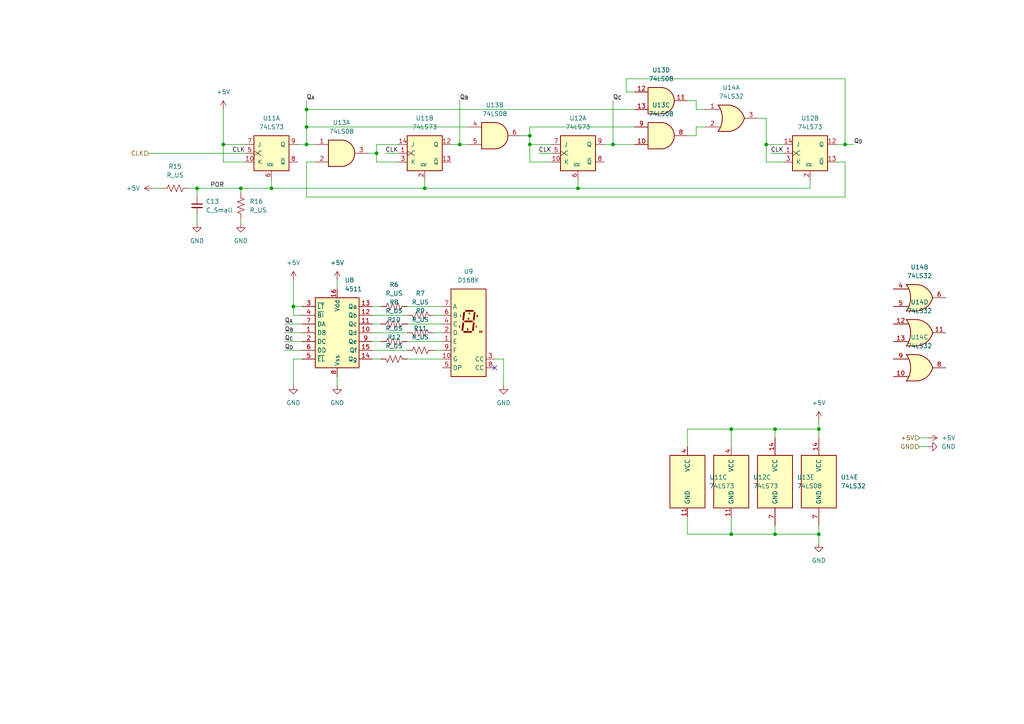
<source format=kicad_sch>
(kicad_sch (version 20230121) (generator eeschema)
  (paper "A4")
  (lib_symbols
    (symbol "4xxx_IEEE:4511"
      (property "Reference" "U8" (at 2.1941 15.24 0))
      (property "Value" "4511" (at 2.1941 12.7 0))
      (symbol "4511_0_1"
        (rectangle (start -6.35 10.16) (end 6.35 -10.16) (stroke (width 0.254)) (fill (type background)))
      )
      (symbol "4511_1_1"
        (pin input line (at -10.16 0 0) (length 3.81) (name "DB") (number "1"))
        (pin output line (at 10.16 0 180) (length 3.81) (name "Qd") (number "10"))
        (pin output line (at 10.16 2.54 180) (length 3.81) (name "Qc") (number "11"))
        (pin output line (at 10.16 5.08 180) (length 3.81) (name "Qb") (number "12"))
        (pin output line (at 10.16 7.62 180) (length 3.81) (name "Qa") (number "13"))
        (pin output line (at 10.16 -7.62 180) (length 3.81) (name "Qg") (number "14"))
        (pin output line (at 10.16 -5.08 180) (length 3.81) (name "Qf") (number "15"))
        (pin power_in line (at 0 12.7 270) (length 2.54) (name "Vdd") (number "16"))
        (pin input line (at -10.16 -2.54 0) (length 3.81) (name "DC") (number "2"))
        (pin input line (at -10.16 7.62 0) (length 3.81) (name "~{LT}") (number "3"))
        (pin input line (at -10.16 5.08 0) (length 3.81) (name "~{BI}") (number "4"))
        (pin input line (at -10.16 -7.62 0) (length 3.81) (name "~{EL}") (number "5"))
        (pin input line (at -10.16 -5.08 0) (length 3.81) (name "DD") (number "6"))
        (pin input line (at -10.16 2.54 0) (length 3.81) (name "DA") (number "7"))
        (pin power_in line (at 0 -12.7 90) (length 2.54) (name "Vss") (number "8"))
        (pin output line (at 10.16 -2.54 180) (length 3.81) (name "Qe") (number "9"))
      )
    )
    (symbol "74xx:74LS08" (pin_names (offset 1.016))
      (property "Reference" "U" (at 0 1.27 0))
      (property "Value" "74LS08" (at 0 -1.27 0))
      (symbol "74LS08_1_1"
        (arc (start 0 -3.81) (mid 3.7934 0) (end 0 3.81) (stroke (width 0.254)) (fill (type background)))
        (polyline (pts (xy 0 3.81) (xy -3.81 3.81) (xy -3.81 -3.81) (xy 0 -3.81)) (stroke (width 0.254)) (fill (type background)))
        (pin input line (at -7.62 2.54 0) (length 3.81) (name "~") (number "1"))
        (pin input line (at -7.62 -2.54 0) (length 3.81) (name "~") (number "2"))
        (pin output line (at 7.62 0 180) (length 3.81) (name "~") (number "3"))
      )
      (symbol "74LS08_1_2"
        (arc (start -3.81 -3.81) (mid -2.589 0) (end -3.81 3.81) (stroke (width 0.254)))
        (arc (start -0.6096 -3.81) (mid 2.1842 -2.5851) (end 3.81 0) (stroke (width 0.254)) (fill (type background)))
        (polyline (pts (xy -3.81 -3.81) (xy -0.635 -3.81)) (stroke (width 0.254)) (fill (type background)))
        (polyline (pts (xy -3.81 3.81) (xy -0.635 3.81)) (stroke (width 0.254)) (fill (type background)))
        (polyline (pts (xy -0.635 3.81) (xy -3.81 3.81) (xy -3.81 3.81) (xy -3.556 3.4036) (xy -3.0226 2.2606) (xy -2.6924 1.0414) (xy -2.6162 -0.254) (xy -2.7686 -1.4986) (xy -3.175 -2.7178) (xy -3.81 -3.81) (xy -3.81 -3.81) (xy -0.635 -3.81)) (stroke (width -25.4)) (fill (type background)))
        (arc (start 3.81 0) (mid 2.1915 2.5936) (end -0.6096 3.81) (stroke (width 0.254)) (fill (type background)))
        (pin input inverted (at -7.62 2.54 0) (length 4.318) (name "~") (number "1"))
        (pin input inverted (at -7.62 -2.54 0) (length 4.318) (name "~") (number "2"))
        (pin output inverted (at 7.62 0 180) (length 3.81) (name "~") (number "3"))
      )
      (symbol "74LS08_2_1"
        (arc (start 0 -3.81) (mid 3.7934 0) (end 0 3.81) (stroke (width 0.254)) (fill (type background)))
        (polyline (pts (xy 0 3.81) (xy -3.81 3.81) (xy -3.81 -3.81) (xy 0 -3.81)) (stroke (width 0.254)) (fill (type background)))
        (pin input line (at -7.62 2.54 0) (length 3.81) (name "~") (number "4"))
        (pin input line (at -7.62 -2.54 0) (length 3.81) (name "~") (number "5"))
        (pin output line (at 7.62 0 180) (length 3.81) (name "~") (number "6"))
      )
      (symbol "74LS08_2_2"
        (arc (start -3.81 -3.81) (mid -2.589 0) (end -3.81 3.81) (stroke (width 0.254)))
        (arc (start -0.6096 -3.81) (mid 2.1842 -2.5851) (end 3.81 0) (stroke (width 0.254)) (fill (type background)))
        (polyline (pts (xy -3.81 -3.81) (xy -0.635 -3.81)) (stroke (width 0.254)) (fill (type background)))
        (polyline (pts (xy -3.81 3.81) (xy -0.635 3.81)) (stroke (width 0.254)) (fill (type background)))
        (polyline (pts (xy -0.635 3.81) (xy -3.81 3.81) (xy -3.81 3.81) (xy -3.556 3.4036) (xy -3.0226 2.2606) (xy -2.6924 1.0414) (xy -2.6162 -0.254) (xy -2.7686 -1.4986) (xy -3.175 -2.7178) (xy -3.81 -3.81) (xy -3.81 -3.81) (xy -0.635 -3.81)) (stroke (width -25.4)) (fill (type background)))
        (arc (start 3.81 0) (mid 2.1915 2.5936) (end -0.6096 3.81) (stroke (width 0.254)) (fill (type background)))
        (pin input inverted (at -7.62 2.54 0) (length 4.318) (name "~") (number "4"))
        (pin input inverted (at -7.62 -2.54 0) (length 4.318) (name "~") (number "5"))
        (pin output inverted (at 7.62 0 180) (length 3.81) (name "~") (number "6"))
      )
      (symbol "74LS08_3_1"
        (arc (start 0 -3.81) (mid 3.7934 0) (end 0 3.81) (stroke (width 0.254)) (fill (type background)))
        (polyline (pts (xy 0 3.81) (xy -3.81 3.81) (xy -3.81 -3.81) (xy 0 -3.81)) (stroke (width 0.254)) (fill (type background)))
        (pin input line (at -7.62 -2.54 0) (length 3.81) (name "~") (number "10"))
        (pin output line (at 7.62 0 180) (length 3.81) (name "~") (number "8"))
        (pin input line (at -7.62 2.54 0) (length 3.81) (name "~") (number "9"))
      )
      (symbol "74LS08_3_2"
        (arc (start -3.81 -3.81) (mid -2.589 0) (end -3.81 3.81) (stroke (width 0.254)))
        (arc (start -0.6096 -3.81) (mid 2.1842 -2.5851) (end 3.81 0) (stroke (width 0.254)) (fill (type background)))
        (polyline (pts (xy -3.81 -3.81) (xy -0.635 -3.81)) (stroke (width 0.254)) (fill (type background)))
        (polyline (pts (xy -3.81 3.81) (xy -0.635 3.81)) (stroke (width 0.254)) (fill (type background)))
        (polyline (pts (xy -0.635 3.81) (xy -3.81 3.81) (xy -3.81 3.81) (xy -3.556 3.4036) (xy -3.0226 2.2606) (xy -2.6924 1.0414) (xy -2.6162 -0.254) (xy -2.7686 -1.4986) (xy -3.175 -2.7178) (xy -3.81 -3.81) (xy -3.81 -3.81) (xy -0.635 -3.81)) (stroke (width -25.4)) (fill (type background)))
        (arc (start 3.81 0) (mid 2.1915 2.5936) (end -0.6096 3.81) (stroke (width 0.254)) (fill (type background)))
        (pin input inverted (at -7.62 -2.54 0) (length 4.318) (name "~") (number "10"))
        (pin output inverted (at 7.62 0 180) (length 3.81) (name "~") (number "8"))
        (pin input inverted (at -7.62 2.54 0) (length 4.318) (name "~") (number "9"))
      )
      (symbol "74LS08_4_1"
        (arc (start 0 -3.81) (mid 3.7934 0) (end 0 3.81) (stroke (width 0.254)) (fill (type background)))
        (polyline (pts (xy 0 3.81) (xy -3.81 3.81) (xy -3.81 -3.81) (xy 0 -3.81)) (stroke (width 0.254)) (fill (type background)))
        (pin output line (at 7.62 0 180) (length 3.81) (name "~") (number "11"))
        (pin input line (at -7.62 2.54 0) (length 3.81) (name "~") (number "12"))
        (pin input line (at -7.62 -2.54 0) (length 3.81) (name "~") (number "13"))
      )
      (symbol "74LS08_4_2"
        (arc (start -3.81 -3.81) (mid -2.589 0) (end -3.81 3.81) (stroke (width 0.254)))
        (arc (start -0.6096 -3.81) (mid 2.1842 -2.5851) (end 3.81 0) (stroke (width 0.254)) (fill (type background)))
        (polyline (pts (xy -3.81 -3.81) (xy -0.635 -3.81)) (stroke (width 0.254)) (fill (type background)))
        (polyline (pts (xy -3.81 3.81) (xy -0.635 3.81)) (stroke (width 0.254)) (fill (type background)))
        (polyline (pts (xy -0.635 3.81) (xy -3.81 3.81) (xy -3.81 3.81) (xy -3.556 3.4036) (xy -3.0226 2.2606) (xy -2.6924 1.0414) (xy -2.6162 -0.254) (xy -2.7686 -1.4986) (xy -3.175 -2.7178) (xy -3.81 -3.81) (xy -3.81 -3.81) (xy -0.635 -3.81)) (stroke (width -25.4)) (fill (type background)))
        (arc (start 3.81 0) (mid 2.1915 2.5936) (end -0.6096 3.81) (stroke (width 0.254)) (fill (type background)))
        (pin output inverted (at 7.62 0 180) (length 3.81) (name "~") (number "11"))
        (pin input inverted (at -7.62 2.54 0) (length 4.318) (name "~") (number "12"))
        (pin input inverted (at -7.62 -2.54 0) (length 4.318) (name "~") (number "13"))
      )
      (symbol "74LS08_5_0"
        (pin power_in line (at 0 12.7 270) (length 5.08) (name "VCC") (number "14"))
        (pin power_in line (at 0 -12.7 90) (length 5.08) (name "GND") (number "7"))
      )
      (symbol "74LS08_5_1"
        (rectangle (start -5.08 7.62) (end 5.08 -7.62) (stroke (width 0.254)) (fill (type background)))
      )
    )
    (symbol "74xx:74LS32" (pin_names (offset 1.016))
      (property "Reference" "U" (at 0 1.27 0))
      (property "Value" "74LS32" (at 0 -1.27 0))
      (symbol "74LS32_1_1"
        (arc (start -3.81 -3.81) (mid -2.589 0) (end -3.81 3.81) (stroke (width 0.254)))
        (arc (start -0.6096 -3.81) (mid 2.1842 -2.5851) (end 3.81 0) (stroke (width 0.254)) (fill (type background)))
        (polyline (pts (xy -3.81 -3.81) (xy -0.635 -3.81)) (stroke (width 0.254)) (fill (type background)))
        (polyline (pts (xy -3.81 3.81) (xy -0.635 3.81)) (stroke (width 0.254)) (fill (type background)))
        (polyline (pts (xy -0.635 3.81) (xy -3.81 3.81) (xy -3.81 3.81) (xy -3.556 3.4036) (xy -3.0226 2.2606) (xy -2.6924 1.0414) (xy -2.6162 -0.254) (xy -2.7686 -1.4986) (xy -3.175 -2.7178) (xy -3.81 -3.81) (xy -3.81 -3.81) (xy -0.635 -3.81)) (stroke (width -25.4)) (fill (type background)))
        (arc (start 3.81 0) (mid 2.1915 2.5936) (end -0.6096 3.81) (stroke (width 0.254)) (fill (type background)))
        (pin input line (at -7.62 2.54 0) (length 4.318) (name "~") (number "1"))
        (pin input line (at -7.62 -2.54 0) (length 4.318) (name "~") (number "2"))
        (pin output line (at 7.62 0 180) (length 3.81) (name "~") (number "3"))
      )
      (symbol "74LS32_1_2"
        (arc (start 0 -3.81) (mid 3.7934 0) (end 0 3.81) (stroke (width 0.254)) (fill (type background)))
        (polyline (pts (xy 0 3.81) (xy -3.81 3.81) (xy -3.81 -3.81) (xy 0 -3.81)) (stroke (width 0.254)) (fill (type background)))
        (pin input inverted (at -7.62 2.54 0) (length 3.81) (name "~") (number "1"))
        (pin input inverted (at -7.62 -2.54 0) (length 3.81) (name "~") (number "2"))
        (pin output inverted (at 7.62 0 180) (length 3.81) (name "~") (number "3"))
      )
      (symbol "74LS32_2_1"
        (arc (start -3.81 -3.81) (mid -2.589 0) (end -3.81 3.81) (stroke (width 0.254)))
        (arc (start -0.6096 -3.81) (mid 2.1842 -2.5851) (end 3.81 0) (stroke (width 0.254)) (fill (type background)))
        (polyline (pts (xy -3.81 -3.81) (xy -0.635 -3.81)) (stroke (width 0.254)) (fill (type background)))
        (polyline (pts (xy -3.81 3.81) (xy -0.635 3.81)) (stroke (width 0.254)) (fill (type background)))
        (polyline (pts (xy -0.635 3.81) (xy -3.81 3.81) (xy -3.81 3.81) (xy -3.556 3.4036) (xy -3.0226 2.2606) (xy -2.6924 1.0414) (xy -2.6162 -0.254) (xy -2.7686 -1.4986) (xy -3.175 -2.7178) (xy -3.81 -3.81) (xy -3.81 -3.81) (xy -0.635 -3.81)) (stroke (width -25.4)) (fill (type background)))
        (arc (start 3.81 0) (mid 2.1915 2.5936) (end -0.6096 3.81) (stroke (width 0.254)) (fill (type background)))
        (pin input line (at -7.62 2.54 0) (length 4.318) (name "~") (number "4"))
        (pin input line (at -7.62 -2.54 0) (length 4.318) (name "~") (number "5"))
        (pin output line (at 7.62 0 180) (length 3.81) (name "~") (number "6"))
      )
      (symbol "74LS32_2_2"
        (arc (start 0 -3.81) (mid 3.7934 0) (end 0 3.81) (stroke (width 0.254)) (fill (type background)))
        (polyline (pts (xy 0 3.81) (xy -3.81 3.81) (xy -3.81 -3.81) (xy 0 -3.81)) (stroke (width 0.254)) (fill (type background)))
        (pin input inverted (at -7.62 2.54 0) (length 3.81) (name "~") (number "4"))
        (pin input inverted (at -7.62 -2.54 0) (length 3.81) (name "~") (number "5"))
        (pin output inverted (at 7.62 0 180) (length 3.81) (name "~") (number "6"))
      )
      (symbol "74LS32_3_1"
        (arc (start -3.81 -3.81) (mid -2.589 0) (end -3.81 3.81) (stroke (width 0.254)))
        (arc (start -0.6096 -3.81) (mid 2.1842 -2.5851) (end 3.81 0) (stroke (width 0.254)) (fill (type background)))
        (polyline (pts (xy -3.81 -3.81) (xy -0.635 -3.81)) (stroke (width 0.254)) (fill (type background)))
        (polyline (pts (xy -3.81 3.81) (xy -0.635 3.81)) (stroke (width 0.254)) (fill (type background)))
        (polyline (pts (xy -0.635 3.81) (xy -3.81 3.81) (xy -3.81 3.81) (xy -3.556 3.4036) (xy -3.0226 2.2606) (xy -2.6924 1.0414) (xy -2.6162 -0.254) (xy -2.7686 -1.4986) (xy -3.175 -2.7178) (xy -3.81 -3.81) (xy -3.81 -3.81) (xy -0.635 -3.81)) (stroke (width -25.4)) (fill (type background)))
        (arc (start 3.81 0) (mid 2.1915 2.5936) (end -0.6096 3.81) (stroke (width 0.254)) (fill (type background)))
        (pin input line (at -7.62 -2.54 0) (length 4.318) (name "~") (number "10"))
        (pin output line (at 7.62 0 180) (length 3.81) (name "~") (number "8"))
        (pin input line (at -7.62 2.54 0) (length 4.318) (name "~") (number "9"))
      )
      (symbol "74LS32_3_2"
        (arc (start 0 -3.81) (mid 3.7934 0) (end 0 3.81) (stroke (width 0.254)) (fill (type background)))
        (polyline (pts (xy 0 3.81) (xy -3.81 3.81) (xy -3.81 -3.81) (xy 0 -3.81)) (stroke (width 0.254)) (fill (type background)))
        (pin input inverted (at -7.62 -2.54 0) (length 3.81) (name "~") (number "10"))
        (pin output inverted (at 7.62 0 180) (length 3.81) (name "~") (number "8"))
        (pin input inverted (at -7.62 2.54 0) (length 3.81) (name "~") (number "9"))
      )
      (symbol "74LS32_4_1"
        (arc (start -3.81 -3.81) (mid -2.589 0) (end -3.81 3.81) (stroke (width 0.254)))
        (arc (start -0.6096 -3.81) (mid 2.1842 -2.5851) (end 3.81 0) (stroke (width 0.254)) (fill (type background)))
        (polyline (pts (xy -3.81 -3.81) (xy -0.635 -3.81)) (stroke (width 0.254)) (fill (type background)))
        (polyline (pts (xy -3.81 3.81) (xy -0.635 3.81)) (stroke (width 0.254)) (fill (type background)))
        (polyline (pts (xy -0.635 3.81) (xy -3.81 3.81) (xy -3.81 3.81) (xy -3.556 3.4036) (xy -3.0226 2.2606) (xy -2.6924 1.0414) (xy -2.6162 -0.254) (xy -2.7686 -1.4986) (xy -3.175 -2.7178) (xy -3.81 -3.81) (xy -3.81 -3.81) (xy -0.635 -3.81)) (stroke (width -25.4)) (fill (type background)))
        (arc (start 3.81 0) (mid 2.1915 2.5936) (end -0.6096 3.81) (stroke (width 0.254)) (fill (type background)))
        (pin output line (at 7.62 0 180) (length 3.81) (name "~") (number "11"))
        (pin input line (at -7.62 2.54 0) (length 4.318) (name "~") (number "12"))
        (pin input line (at -7.62 -2.54 0) (length 4.318) (name "~") (number "13"))
      )
      (symbol "74LS32_4_2"
        (arc (start 0 -3.81) (mid 3.7934 0) (end 0 3.81) (stroke (width 0.254)) (fill (type background)))
        (polyline (pts (xy 0 3.81) (xy -3.81 3.81) (xy -3.81 -3.81) (xy 0 -3.81)) (stroke (width 0.254)) (fill (type background)))
        (pin output inverted (at 7.62 0 180) (length 3.81) (name "~") (number "11"))
        (pin input inverted (at -7.62 2.54 0) (length 3.81) (name "~") (number "12"))
        (pin input inverted (at -7.62 -2.54 0) (length 3.81) (name "~") (number "13"))
      )
      (symbol "74LS32_5_0"
        (pin power_in line (at 0 12.7 270) (length 5.08) (name "VCC") (number "14"))
        (pin power_in line (at 0 -12.7 90) (length 5.08) (name "GND") (number "7"))
      )
      (symbol "74LS32_5_1"
        (rectangle (start -5.08 7.62) (end 5.08 -7.62) (stroke (width 0.254)) (fill (type background)))
      )
    )
    (symbol "74xx:74LS73" (pin_names (offset 1.016))
      (property "Reference" "U" (at -7.62 8.89 0))
      (property "Value" "74LS73" (at -7.62 -8.89 0))
      (symbol "74LS73_1_0"
        (pin input line (at -7.62 -2.54 0) (length 2.54) (name "K") (number "10"))
        (pin input clock (at -7.62 0 0) (length 2.54) (name "C") (number "5"))
        (pin input line (at 0 -7.62 90) (length 2.54) (name "~{R}") (number "6"))
        (pin input line (at -7.62 2.54 0) (length 2.54) (name "J") (number "7"))
        (pin output line (at 7.62 -2.54 180) (length 2.54) (name "~{Q}") (number "8"))
        (pin output line (at 7.62 2.54 180) (length 2.54) (name "Q") (number "9"))
      )
      (symbol "74LS73_1_1"
        (rectangle (start -5.08 5.08) (end 5.08 -5.08) (stroke (width 0.254)) (fill (type background)))
      )
      (symbol "74LS73_2_0"
        (pin input clock (at -7.62 0 0) (length 2.54) (name "C") (number "1"))
        (pin output line (at 7.62 2.54 180) (length 2.54) (name "Q") (number "12"))
        (pin output line (at 7.62 -2.54 180) (length 2.54) (name "~{Q}") (number "13"))
        (pin input line (at -7.62 2.54 0) (length 2.54) (name "J") (number "14"))
        (pin input line (at 0 -7.62 90) (length 2.54) (name "~{R}") (number "2"))
        (pin input line (at -7.62 -2.54 0) (length 2.54) (name "K") (number "3"))
      )
      (symbol "74LS73_2_1"
        (rectangle (start -5.08 5.08) (end 5.08 -5.08) (stroke (width 0.254)) (fill (type background)))
      )
      (symbol "74LS73_3_0"
        (pin power_in line (at 0 -10.16 90) (length 2.54) (name "GND") (number "11"))
        (pin power_in line (at 0 10.16 270) (length 2.54) (name "VCC") (number "4"))
      )
      (symbol "74LS73_3_1"
        (rectangle (start -5.08 7.62) (end 5.08 -7.62) (stroke (width 0.254)) (fill (type background)))
      )
    )
    (symbol "Device:C_Small" (pin_numbers hide) (pin_names (offset 0.254) hide)
      (property "Reference" "C" (at 0.254 1.778 0))
      (property "Value" "C_Small" (at 0.254 -2.032 0))
      (symbol "C_Small_0_1"
        (polyline (pts (xy -1.524 -0.508) (xy 1.524 -0.508)) (stroke (width 0.3302)))
        (polyline (pts (xy -1.524 0.508) (xy 1.524 0.508)) (stroke (width 0.3048)))
      )
      (symbol "C_Small_1_1"
        (pin passive line (at 0 2.54 270) (length 2.032) (name "~") (number "1"))
        (pin passive line (at 0 -2.54 90) (length 2.032) (name "~") (number "2"))
      )
    )
    (symbol "Device:R_US" (pin_numbers hide) (pin_names (offset 0))
      (property "Reference" "R" (at 2.54 0 90))
      (property "Value" "R_US" (at -2.54 0 90))
      (symbol "R_US_0_1"
        (polyline (pts (xy 0 -2.286) (xy 0 -2.54)))
        (polyline (pts (xy 0 2.286) (xy 0 2.54)))
        (polyline (pts (xy 0 -0.762) (xy 1.016 -1.143) (xy 0 -1.524) (xy -1.016 -1.905) (xy 0 -2.286)))
        (polyline (pts (xy 0 0.762) (xy 1.016 0.381) (xy 0 0) (xy -1.016 -0.381) (xy 0 -0.762)))
        (polyline (pts (xy 0 2.286) (xy 1.016 1.905) (xy 0 1.524) (xy -1.016 1.143) (xy 0 0.762)))
      )
      (symbol "R_US_1_1"
        (pin passive line (at 0 3.81 270) (length 1.27) (name "~") (number "1"))
        (pin passive line (at 0 -3.81 90) (length 1.27) (name "~") (number "2"))
      )
    )
    (symbol "Display_Character:D168K"
      (property "Reference" "U" (at -2.54 13.97 0))
      (property "Value" "D168K" (at 1.27 13.97 0))
      (symbol "D168K_0_0"
        (text "A" (at 0.254 5.588 0) (effects (font (size 0.508 0.508))))
        (text "B" (at 2.54 4.826 0) (effects (font (size 0.508 0.508))))
        (text "C" (at 2.286 1.778 0) (effects (font (size 0.508 0.508))))
        (text "D" (at -0.254 1.016 0) (effects (font (size 0.508 0.508))))
        (text "DP" (at 3.556 0.254 0) (effects (font (size 0.508 0.508))))
        (text "E" (at -2.54 1.778 0) (effects (font (size 0.508 0.508))))
        (text "F" (at -2.286 4.826 0) (effects (font (size 0.508 0.508))))
        (text "G" (at 0 4.064 0) (effects (font (size 0.508 0.508))))
      )
      (symbol "D168K_0_1"
        (rectangle (start -5.08 12.7) (end 5.08 -12.7) (stroke (width 0.254)) (fill (type background)))
        (polyline (pts (xy -1.524 2.794) (xy -1.778 0.762)) (stroke (width 0.508)))
        (polyline (pts (xy -1.27 0.254) (xy 0.762 0.254)) (stroke (width 0.508)))
        (polyline (pts (xy -1.27 5.842) (xy -1.524 3.81)) (stroke (width 0.508)))
        (polyline (pts (xy -1.016 3.302) (xy 1.016 3.302)) (stroke (width 0.508)))
        (polyline (pts (xy -0.762 6.35) (xy 1.27 6.35)) (stroke (width 0.508)))
        (polyline (pts (xy 1.524 2.794) (xy 1.27 0.762)) (stroke (width 0.508)))
        (polyline (pts (xy 1.778 5.842) (xy 1.524 3.81)) (stroke (width 0.508)))
        (polyline (pts (xy 2.54 0.254) (xy 2.54 0.254)) (stroke (width 0.508)))
      )
      (symbol "D168K_1_1"
        (pin input line (at -7.62 -2.54 0) (length 2.54) (name "E") (number "1"))
        (pin input line (at -7.62 -7.62 0) (length 2.54) (name "G") (number "10"))
        (pin input line (at -7.62 0 0) (length 2.54) (name "D") (number "2"))
        (pin input line (at 7.62 -7.62 180) (length 2.54) (name "CC") (number "3"))
        (pin input line (at -7.62 2.54 0) (length 2.54) (name "C") (number "4"))
        (pin input line (at -7.62 -10.16 0) (length 2.54) (name "DP") (number "5"))
        (pin input line (at -7.62 5.08 0) (length 2.54) (name "B") (number "6"))
        (pin input line (at -7.62 7.62 0) (length 2.54) (name "A") (number "7"))
        (pin input line (at 7.62 -10.16 180) (length 2.54) (name "CC") (number "8"))
        (pin input line (at -7.62 -5.08 0) (length 2.54) (name "F") (number "9"))
      )
    )
    (symbol "power:+5V" (power) (pin_names (offset 0))
      (property "Value" "+5V" (at 0 3.556 0))
      (symbol "+5V_0_1"
        (polyline (pts (xy -0.762 1.27) (xy 0 2.54)))
        (polyline (pts (xy 0 0) (xy 0 2.54)))
        (polyline (pts (xy 0 2.54) (xy 0.762 1.27)))
      )
      (symbol "+5V_1_1"
        (pin power_in line (at 0 0 90) (length 0) hide (name "+5V") (number "1"))
      )
    )
    (symbol "power:GND" (power) (pin_names (offset 0))
      (property "Value" "GND" (at 0 -3.81 0))
      (symbol "GND_0_1"
        (polyline (pts (xy 0 0) (xy 0 -1.27) (xy 1.27 -1.27) (xy 0 -2.54) (xy -1.27 -1.27) (xy 0 -1.27)))
      )
      (symbol "GND_1_1"
        (pin power_in line (at 0 0 270) (length 0) hide (name "GND") (number "1"))
      )
    )
  )
  (junction (at 222.25 41.91))
  (junction (at 88.9 31.75))
  (junction (at 224.79 154.94))
  (junction (at 237.49 124.46))
  (junction (at 85.09 88.9))
  (junction (at 78.74 54.61))
  (junction (at 212.09 154.94))
  (junction (at 153.67 41.91))
  (junction (at 133.35 41.91))
  (junction (at 153.67 39.37))
  (junction (at 69.85 54.61))
  (junction (at 57.15 54.61))
  (junction (at 224.79 124.46))
  (junction (at 245.11 41.91))
  (junction (at 167.64 54.61))
  (junction (at 88.9 41.91))
  (junction (at 123.19 54.61))
  (junction (at 237.49 154.94))
  (junction (at 177.8 41.91))
  (junction (at 109.22 44.45))
  (junction (at 88.9 36.83))
  (junction (at 64.77 41.91))
  (junction (at 212.09 124.46))
  (no_connect (at 143.51 106.68))
  (wire (pts (xy 69.85 63.5) (xy 69.85 64.77)))
  (wire (pts (xy 133.35 41.91) (xy 135.89 41.91)))
  (wire (pts (xy 69.85 54.61) (xy 78.74 54.61)))
  (wire (pts (xy 201.93 31.75) (xy 201.93 29.21)))
  (wire (pts (xy 107.95 104.14) (xy 110.49 104.14)))
  (wire (pts (xy 111.76 44.45) (xy 115.57 44.45)))
  (wire (pts (xy 199.39 29.21) (xy 201.93 29.21)))
  (wire (pts (xy 57.15 54.61) (xy 69.85 54.61)))
  (wire (pts (xy 199.39 154.94) (xy 199.39 149.86)))
  (wire (pts (xy 107.95 99.06) (xy 110.49 99.06)))
  (wire (pts (xy 153.67 36.83) (xy 184.15 36.83)))
  (wire (pts (xy 177.8 41.91) (xy 184.15 41.91)))
  (wire (pts (xy 86.36 41.91) (xy 88.9 41.91)))
  (wire (pts (xy 91.44 46.99) (xy 88.9 46.99)))
  (wire (pts (xy 199.39 129.54) (xy 199.39 124.46)))
  (wire (pts (xy 224.79 127) (xy 224.79 124.46)))
  (wire (pts (xy 85.09 104.14) (xy 85.09 111.76)))
  (wire (pts (xy 222.25 41.91) (xy 222.25 46.99)))
  (wire (pts (xy 237.49 124.46) (xy 237.49 127)))
  (wire (pts (xy 97.79 81.28) (xy 97.79 83.82)))
  (wire (pts (xy 109.22 41.91) (xy 109.22 44.45)))
  (wire (pts (xy 82.55 99.06) (xy 87.63 99.06)))
  (wire (pts (xy 64.77 31.75) (xy 64.77 41.91)))
  (wire (pts (xy 85.09 91.44) (xy 87.63 91.44)))
  (wire (pts (xy 82.55 93.98) (xy 87.63 93.98)))
  (wire (pts (xy 204.47 36.83) (xy 201.93 36.83)))
  (wire (pts (xy 167.64 52.07) (xy 167.64 54.61)))
  (wire (pts (xy 199.39 39.37) (xy 201.93 39.37)))
  (wire (pts (xy 57.15 54.61) (xy 57.15 57.15)))
  (wire (pts (xy 107.95 96.52) (xy 118.11 96.52)))
  (wire (pts (xy 167.64 54.61) (xy 123.19 54.61)))
  (wire (pts (xy 85.09 88.9) (xy 87.63 88.9)))
  (wire (pts (xy 78.74 54.61) (xy 78.74 52.07)))
  (wire (pts (xy 212.09 149.86) (xy 212.09 154.94)))
  (wire (pts (xy 245.11 57.15) (xy 245.11 46.99)))
  (wire (pts (xy 184.15 26.67) (xy 181.61 26.67)))
  (wire (pts (xy 88.9 57.15) (xy 245.11 57.15)))
  (wire (pts (xy 234.95 52.07) (xy 234.95 54.61)))
  (wire (pts (xy 199.39 124.46) (xy 212.09 124.46)))
  (wire (pts (xy 212.09 154.94) (xy 224.79 154.94)))
  (wire (pts (xy 88.9 31.75) (xy 88.9 36.83)))
  (wire (pts (xy 204.47 31.75) (xy 201.93 31.75)))
  (wire (pts (xy 245.11 41.91) (xy 242.57 41.91)))
  (wire (pts (xy 85.09 104.14) (xy 87.63 104.14)))
  (wire (pts (xy 222.25 34.29) (xy 219.71 34.29)))
  (wire (pts (xy 237.49 121.92) (xy 237.49 124.46)))
  (wire (pts (xy 151.13 39.37) (xy 153.67 39.37)))
  (wire (pts (xy 212.09 129.54) (xy 212.09 124.46)))
  (wire (pts (xy 153.67 39.37) (xy 153.67 41.91)))
  (wire (pts (xy 54.61 54.61) (xy 57.15 54.61)))
  (wire (pts (xy 153.67 41.91) (xy 153.67 46.99)))
  (wire (pts (xy 64.77 46.99) (xy 64.77 41.91)))
  (wire (pts (xy 237.49 154.94) (xy 237.49 157.48)))
  (wire (pts (xy 146.05 104.14) (xy 143.51 104.14)))
  (wire (pts (xy 201.93 36.83) (xy 201.93 39.37)))
  (wire (pts (xy 109.22 46.99) (xy 109.22 44.45)))
  (wire (pts (xy 199.39 154.94) (xy 212.09 154.94)))
  (wire (pts (xy 123.19 54.61) (xy 78.74 54.61)))
  (wire (pts (xy 71.12 46.99) (xy 64.77 46.99)))
  (wire (pts (xy 85.09 88.9) (xy 85.09 91.44)))
  (wire (pts (xy 64.77 41.91) (xy 71.12 41.91)))
  (wire (pts (xy 44.45 54.61) (xy 46.99 54.61)))
  (wire (pts (xy 97.79 109.22) (xy 97.79 111.76)))
  (wire (pts (xy 118.11 99.06) (xy 128.27 99.06)))
  (wire (pts (xy 43.18 44.45) (xy 71.12 44.45)))
  (wire (pts (xy 222.25 34.29) (xy 222.25 41.91)))
  (wire (pts (xy 223.52 44.45) (xy 227.33 44.45)))
  (wire (pts (xy 118.11 88.9) (xy 128.27 88.9)))
  (wire (pts (xy 88.9 31.75) (xy 184.15 31.75)))
  (wire (pts (xy 109.22 46.99) (xy 115.57 46.99)))
  (wire (pts (xy 227.33 41.91) (xy 222.25 41.91)))
  (wire (pts (xy 88.9 46.99) (xy 88.9 57.15)))
  (wire (pts (xy 181.61 26.67) (xy 181.61 22.86)))
  (wire (pts (xy 245.11 22.86) (xy 245.11 41.91)))
  (wire (pts (xy 125.73 101.6) (xy 128.27 101.6)))
  (wire (pts (xy 153.67 41.91) (xy 160.02 41.91)))
  (wire (pts (xy 245.11 41.91) (xy 247.65 41.91)))
  (wire (pts (xy 153.67 36.83) (xy 153.67 39.37)))
  (wire (pts (xy 69.85 54.61) (xy 69.85 55.88)))
  (wire (pts (xy 156.21 44.45) (xy 160.02 44.45)))
  (wire (pts (xy 177.8 29.21) (xy 177.8 41.91)))
  (wire (pts (xy 107.95 88.9) (xy 110.49 88.9)))
  (wire (pts (xy 123.19 52.07) (xy 123.19 54.61)))
  (wire (pts (xy 224.79 154.94) (xy 237.49 154.94)))
  (wire (pts (xy 88.9 29.21) (xy 88.9 31.75)))
  (wire (pts (xy 146.05 104.14) (xy 146.05 111.76)))
  (wire (pts (xy 57.15 62.23) (xy 57.15 64.77)))
  (wire (pts (xy 88.9 36.83) (xy 135.89 36.83)))
  (wire (pts (xy 109.22 41.91) (xy 115.57 41.91)))
  (wire (pts (xy 227.33 46.99) (xy 222.25 46.99)))
  (wire (pts (xy 245.11 46.99) (xy 242.57 46.99)))
  (wire (pts (xy 109.22 44.45) (xy 106.68 44.45)))
  (wire (pts (xy 107.95 93.98) (xy 110.49 93.98)))
  (wire (pts (xy 266.7 127) (xy 269.24 127)))
  (wire (pts (xy 153.67 46.99) (xy 160.02 46.99)))
  (wire (pts (xy 82.55 96.52) (xy 87.63 96.52)))
  (wire (pts (xy 224.79 124.46) (xy 237.49 124.46)))
  (wire (pts (xy 224.79 152.4) (xy 224.79 154.94)))
  (wire (pts (xy 133.35 29.21) (xy 133.35 41.91)))
  (wire (pts (xy 88.9 36.83) (xy 88.9 41.91)))
  (wire (pts (xy 118.11 104.14) (xy 128.27 104.14)))
  (wire (pts (xy 107.95 101.6) (xy 118.11 101.6)))
  (wire (pts (xy 118.11 93.98) (xy 128.27 93.98)))
  (wire (pts (xy 266.7 129.54) (xy 269.24 129.54)))
  (wire (pts (xy 130.81 41.91) (xy 133.35 41.91)))
  (wire (pts (xy 237.49 152.4) (xy 237.49 154.94)))
  (wire (pts (xy 85.09 81.28) (xy 85.09 88.9)))
  (wire (pts (xy 88.9 41.91) (xy 91.44 41.91)))
  (wire (pts (xy 125.73 91.44) (xy 128.27 91.44)))
  (wire (pts (xy 234.95 54.61) (xy 167.64 54.61)))
  (wire (pts (xy 107.95 91.44) (xy 118.11 91.44)))
  (wire (pts (xy 181.61 22.86) (xy 245.11 22.86)))
  (wire (pts (xy 125.73 96.52) (xy 128.27 96.52)))
  (wire (pts (xy 175.26 41.91) (xy 177.8 41.91)))
  (wire (pts (xy 212.09 124.46) (xy 224.79 124.46)))
  (wire (pts (xy 82.55 101.6) (xy 87.63 101.6)))
  (label "CLK" (at 111.76 44.45 0))
  (label "CLK" (at 67.31 44.45 0))
  (label "POR" (at 60.96 54.61 0))
  (label "Q_{B}" (at 133.35 29.21 0))
  (label "CLK" (at 223.52 44.45 0))
  (label "Q_{A}" (at 88.9 29.21 0))
  (label "Q_{C}" (at 82.55 99.06 0))
  (label "CLK" (at 156.21 44.45 0))
  (label "Q_{D}" (at 82.55 101.6 0))
  (label "Q_{C}" (at 177.8 29.21 0))
  (label "Q_{D}" (at 247.65 41.91 0))
  (label "Q_{B}" (at 82.55 96.52 0))
  (label "Q_{A}" (at 82.55 93.98 0))
  (hierarchical_label "+5V" (shape input) (at 266.7 127 180))
  (hierarchical_label "GND" (shape input) (at 266.7 129.54 180))
  (hierarchical_label "CLK" (shape input) (at 43.18 44.45 180))
  (symbol (lib_id "Device:R_US") (at 69.85 59.69 180) (unit 1)
    (property "Reference" "R16" (at 72.39 58.42 0) (effects (justify right)))
    (property "Value" "R_US" (at 72.39 60.96 0) (effects (justify right)))
    (property "Footprint" "Resistor_THT:R_Axial_DIN0207_L6.3mm_D2.5mm_P2.54mm_Vertical" (effects hide))
  )
  (symbol (lib_id "74xx:74LS32") (at 266.7 106.68 0) (unit 3)
    (property "Reference" "U14" (at 266.7 97.79 0))
    (property "Value" "74LS32" (at 266.7 100.33 0))
    (property "Footprint" "Package_DIP:DIP-14_W7.62mm_Socket" (effects hide))
    (property "Datasheet" "http://www.ti.com/lit/gpn/sn74LS32" (effects hide))
  )
  (symbol (lib_id "74xx:74LS73") (at 212.09 139.7 0) (unit 3)
    (property "Reference" "U12" (at 218.44 138.43 0) (effects (justify left)))
    (property "Value" "74LS73" (at 218.44 140.97 0) (effects (justify left)))
    (property "Footprint" "Package_DIP:DIP-14_W7.62mm_Socket" (effects hide))
    (property "Datasheet" "http://www.ti.com/lit/gpn/sn74LS73" (effects hide))
  )
  (symbol (lib_id "Device:C_Small") (at 57.15 59.69 0) (unit 1)
    (property "Reference" "C5" (at 59.69 58.4263 0) (effects (justify left)))
    (property "Value" "C_Small" (at 59.69 60.9663 0) (effects (justify left)))
    (property "Footprint" "Capacitor_THT:CP_Radial_D5.0mm_P2.50mm" (effects hide))
    (instances (project "preperf_10x10" (path "" (reference "C13") (unit 1))))
  )
  (symbol (lib_id "power:GND") (at 57.15 64.77 0) (unit 1)
    (property "Reference" "#PWR043" (effects hide))
    (property "Value" "GND" (at 57.15 69.85 0))
    (instances (project "preperf_10x10" (path "" (reference "#PWR0102") (unit 1))))
  )
  (symbol (lib_id "power:GND") (at 69.85 64.77 0) (unit 1)
    (property "Reference" "#PWR052" (effects hide))
    (property "Value" "GND" (at 69.85 69.85 0))
    (instances (project "preperf_10x10" (path "" (reference "#PWR0101") (unit 1))))
  )
  (symbol (lib_id "74xx:74LS73") (at 199.39 139.7 0) (unit 3)
    (property "Reference" "U11" (at 205.74 138.43 0) (effects (justify left)))
    (property "Value" "74LS73" (at 205.74 140.97 0) (effects (justify left)))
    (property "Footprint" "Package_DIP:DIP-14_W7.62mm_Socket" (effects hide))
    (property "Datasheet" "http://www.ti.com/lit/gpn/sn74LS73" (effects hide))
  )
  (symbol (lib_id "power:+5V") (at 85.09 81.28 0) (unit 1)
    (property "Reference" "#PWR062" (effects hide))
    (property "Value" "+5V" (at 85.09 76.2 0))
  )
  (symbol (lib_id "74xx:74LS08") (at 99.06 44.45 0) (unit 1)
    (property "Reference" "U13" (at 99.0517 35.56 0))
    (property "Value" "74LS08" (at 99.0517 38.1 0))
    (property "Footprint" "Package_DIP:DIP-14_W7.62mm_Socket" (effects hide))
    (property "Datasheet" "http://www.ti.com/lit/gpn/sn74LS08" (effects hide))
  )
  (symbol (lib_id "74xx:74LS08") (at 191.77 39.37 0) (unit 3)
    (property "Reference" "U13" (at 191.7617 30.48 0))
    (property "Value" "74LS08" (at 191.7617 33.02 0))
    (property "Footprint" "Package_DIP:DIP-14_W7.62mm_Socket" (effects hide))
    (property "Datasheet" "http://www.ti.com/lit/gpn/sn74LS08" (effects hide))
  )
  (symbol (lib_id "power:GND") (at 146.05 111.76 0) (unit 1)
    (property "Reference" "#PWR060" (effects hide))
    (property "Value" "GND" (at 146.05 116.84 0))
  )
  (symbol (lib_id "Device:R_US") (at 114.3 93.98 90) (unit 1)
    (property "Reference" "R8" (at 114.3 87.63 90))
    (property "Value" "R_US" (at 114.3 90.17 90))
    (property "Footprint" "Resistor_THT:R_Axial_DIN0207_L6.3mm_D2.5mm_P2.54mm_Vertical" (effects hide))
  )
  (symbol (lib_id "4xxx_IEEE:4511") (at 97.79 96.52 0) (unit 1)
    (property "Reference" "U8" (at 99.9841 81.28 0) (effects (justify left)))
    (property "Value" "4511" (at 99.9841 83.82 0) (effects (justify left)))
    (property "Footprint" "Package_DIP:DIP-16_W7.62mm_Socket" (effects hide))
  )
  (symbol (lib_id "power:GND") (at 237.49 157.48 0) (unit 1)
    (property "Reference" "#PWR063" (effects hide))
    (property "Value" "GND" (at 237.49 162.56 0))
  )
  (symbol (lib_id "74xx:74LS32") (at 212.09 34.29 0) (unit 1)
    (property "Reference" "U14" (at 212.09 25.4 0))
    (property "Value" "74LS32" (at 212.09 27.94 0))
    (property "Footprint" "Package_DIP:DIP-14_W7.62mm_Socket" (effects hide))
    (property "Datasheet" "http://www.ti.com/lit/gpn/sn74LS32" (effects hide))
  )
  (symbol (lib_id "Device:R_US") (at 50.8 54.61 90) (unit 1)
    (property "Reference" "R15" (at 50.8 48.26 90))
    (property "Value" "R_US" (at 50.8 50.8 90))
    (property "Footprint" "Resistor_THT:R_Axial_DIN0207_L6.3mm_D2.5mm_P2.54mm_Vertical" (effects hide))
  )
  (symbol (lib_id "power:GND") (at 97.79 111.76 0) (unit 1)
    (property "Reference" "#PWR059" (effects hide))
    (property "Value" "GND" (at 97.79 116.84 0))
  )
  (symbol (lib_id "74xx:74LS73") (at 234.95 44.45 0) (unit 2)
    (property "Reference" "U12" (at 234.95 34.29 0))
    (property "Value" "74LS73" (at 234.95 36.83 0))
    (property "Footprint" "Package_DIP:DIP-14_W7.62mm_Socket" (effects hide))
    (property "Datasheet" "http://www.ti.com/lit/gpn/sn74LS73" (effects hide))
  )
  (symbol (lib_id "74xx:74LS73") (at 78.74 44.45 0) (unit 1)
    (property "Reference" "U11" (at 78.74 34.29 0))
    (property "Value" "74LS73" (at 78.74 36.83 0))
    (property "Footprint" "Package_DIP:DIP-14_W7.62mm_Socket" (effects hide))
    (property "Datasheet" "http://www.ti.com/lit/gpn/sn74LS73" (effects hide))
  )
  (symbol (lib_id "74xx:74LS08") (at 224.79 139.7 0) (unit 5)
    (property "Reference" "U13" (at 231.14 138.43 0) (effects (justify left)))
    (property "Value" "74LS08" (at 231.14 140.97 0) (effects (justify left)))
    (property "Footprint" "Package_DIP:DIP-14_W7.62mm_Socket" (effects hide))
    (property "Datasheet" "http://www.ti.com/lit/gpn/sn74LS08" (effects hide))
  )
  (symbol (lib_id "power:+5V") (at 44.45 54.61 90) (unit 1)
    (property "Reference" "#PWR051" (effects hide))
    (property "Value" "+5V" (at 40.64 54.61 90) (effects (justify left)))
    (instances (project "preperf_10x10" (path "" (reference "#PWR0103") (unit 1))))
  )
  (symbol (lib_id "74xx:74LS08") (at 143.51 39.37 0) (unit 2)
    (property "Reference" "U13" (at 143.5017 30.48 0))
    (property "Value" "74LS08" (at 143.5017 33.02 0))
    (property "Footprint" "Package_DIP:DIP-14_W7.62mm_Socket" (effects hide))
    (property "Datasheet" "http://www.ti.com/lit/gpn/sn74LS08" (effects hide))
  )
  (symbol (lib_id "power:+5V") (at 97.79 81.28 0) (unit 1)
    (property "Reference" "#PWR053" (effects hide))
    (property "Value" "+5V" (at 97.79 76.2 0))
  )
  (symbol (lib_id "74xx:74LS32") (at 266.7 86.36 0) (unit 2)
    (property "Reference" "U14" (at 266.7 77.47 0))
    (property "Value" "74LS32" (at 266.7 80.01 0))
    (property "Footprint" "Package_DIP:DIP-14_W7.62mm_Socket" (effects hide))
    (property "Datasheet" "http://www.ti.com/lit/gpn/sn74LS32" (effects hide))
  )
  (symbol (lib_id "power:+5V") (at 64.77 31.75 0) (unit 1)
    (property "Reference" "#PWR065" (effects hide))
    (property "Value" "+5V" (at 64.77 26.67 0))
  )
  (symbol (lib_id "74xx:74LS73") (at 123.19 44.45 0) (unit 2)
    (property "Reference" "U11" (at 123.19 34.29 0))
    (property "Value" "74LS73" (at 123.19 36.83 0))
    (property "Footprint" "Package_DIP:DIP-14_W7.62mm_Socket" (effects hide))
    (property "Datasheet" "http://www.ti.com/lit/gpn/sn74LS73" (effects hide))
  )
  (symbol (lib_id "74xx:74LS32") (at 266.7 96.52 0) (unit 4)
    (property "Reference" "U14" (at 266.7 87.63 0))
    (property "Value" "74LS32" (at 266.7 90.17 0))
    (property "Footprint" "Package_DIP:DIP-14_W7.62mm_Socket" (effects hide))
    (property "Datasheet" "http://www.ti.com/lit/gpn/sn74LS32" (effects hide))
  )
  (symbol (lib_id "Device:R_US") (at 114.3 88.9 90) (unit 1)
    (property "Reference" "R6" (at 114.3 82.55 90))
    (property "Value" "R_US" (at 114.3 85.09 90))
    (property "Footprint" "Resistor_THT:R_Axial_DIN0207_L6.3mm_D2.5mm_P2.54mm_Vertical" (effects hide))
  )
  (symbol (lib_id "74xx:74LS73") (at 167.64 44.45 0) (unit 1)
    (property "Reference" "U12" (at 167.64 34.29 0))
    (property "Value" "74LS73" (at 167.64 36.83 0))
    (property "Footprint" "Package_DIP:DIP-14_W7.62mm_Socket" (effects hide))
    (property "Datasheet" "http://www.ti.com/lit/gpn/sn74LS73" (effects hide))
  )
  (symbol (lib_id "74xx:74LS08") (at 191.77 29.21 0) (unit 4)
    (property "Reference" "U13" (at 191.7617 20.32 0))
    (property "Value" "74LS08" (at 191.7617 22.86 0))
    (property "Footprint" "Package_DIP:DIP-14_W7.62mm_Socket" (effects hide))
    (property "Datasheet" "http://www.ti.com/lit/gpn/sn74LS08" (effects hide))
  )
  (symbol (lib_id "Device:R_US") (at 114.3 104.14 270) (mirror x) (unit 1)
    (property "Reference" "R12" (at 114.3 97.79 90))
    (property "Value" "R_US" (at 114.3 100.33 90))
    (property "Footprint" "Resistor_THT:R_Axial_DIN0207_L6.3mm_D2.5mm_P2.54mm_Vertical" (effects hide))
  )
  (symbol (lib_id "Device:R_US") (at 114.3 99.06 90) (unit 1)
    (property "Reference" "R10" (at 114.3 92.71 90))
    (property "Value" "R_US" (at 114.3 95.25 90))
    (property "Footprint" "Resistor_THT:R_Axial_DIN0207_L6.3mm_D2.5mm_P2.54mm_Vertical" (effects hide))
  )
  (symbol (lib_id "power:+5V") (at 237.49 121.92 0) (unit 1)
    (property "Reference" "#PWR064" (effects hide))
    (property "Value" "+5V" (at 237.49 116.84 0))
  )
  (symbol (lib_id "Device:R_US") (at 121.92 91.44 270) (mirror x) (unit 1)
    (property "Reference" "R7" (at 121.92 85.09 90))
    (property "Value" "R_US" (at 121.92 87.63 90))
    (property "Footprint" "Resistor_THT:R_Axial_DIN0207_L6.3mm_D2.5mm_P2.54mm_Vertical" (effects hide))
  )
  (symbol (lib_id "Device:R_US") (at 121.92 101.6 90) (unit 1)
    (property "Reference" "R11" (at 121.92 95.25 90))
    (property "Value" "R_US" (at 121.92 97.79 90))
    (property "Footprint" "Resistor_THT:R_Axial_DIN0207_L6.3mm_D2.5mm_P2.54mm_Vertical" (effects hide))
  )
  (symbol (lib_id "power:GND") (at 85.09 111.76 0) (unit 1)
    (property "Reference" "#PWR061" (effects hide))
    (property "Value" "GND" (at 85.09 116.84 0))
  )
  (symbol (lib_id "Display_Character:D168K") (at 135.89 96.52 0) (unit 1)
    (property "Reference" "U9" (at 135.89 78.74 0))
    (property "Value" "D168K" (at 135.89 81.28 0))
    (property "Footprint" "Display_7Segment:D1X8K" (effects hide))
    (property "Datasheet" "https://ia800903.us.archive.org/24/items/CTKD1x8K/Cromatek%20D168K.pdf" (effects hide))
  )
  (symbol (lib_id "power:GND") (at 269.24 129.54 90) (unit 1)
    (property "Reference" "#PWR033" (effects hide))
    (property "Value" "GND" (at 273.05 129.54 90) (effects (justify right)))
    (instances (project "preperf_10x10" (path "" (reference "#PWR033") (unit 1)) (path "" (reference "#PWR052") (unit 1)) (path "" (reference "#PWR067") (unit 1))))
  )
  (symbol (lib_id "74xx:74LS32") (at 237.49 139.7 0) (unit 5)
    (property "Reference" "U14" (at 243.84 138.43 0) (effects (justify left)))
    (property "Value" "74LS32" (at 243.84 140.97 0) (effects (justify left)))
    (property "Footprint" "Package_DIP:DIP-14_W7.62mm_Socket" (effects hide))
    (property "Datasheet" "http://www.ti.com/lit/gpn/sn74LS32" (effects hide))
  )
  (symbol (lib_id "Device:R_US") (at 121.92 96.52 270) (mirror x) (unit 1)
    (property "Reference" "R9" (at 121.92 90.17 90))
    (property "Value" "R_US" (at 121.92 92.71 90))
    (property "Footprint" "Resistor_THT:R_Axial_DIN0207_L6.3mm_D2.5mm_P2.54mm_Vertical" (effects hide))
  )
  (symbol (lib_id "power:+5V") (at 269.24 127 270) (unit 1)
    (property "Reference" "#PWR032" (effects hide))
    (property "Value" "+5V" (at 273.05 127 90) (effects (justify left)))
    (instances (project "preperf_10x10" (path "" (reference "#PWR032") (unit 1)) (path "" (reference "#PWR051") (unit 1)) (path "" (reference "#PWR066") (unit 1))))
  )
)
</source>
